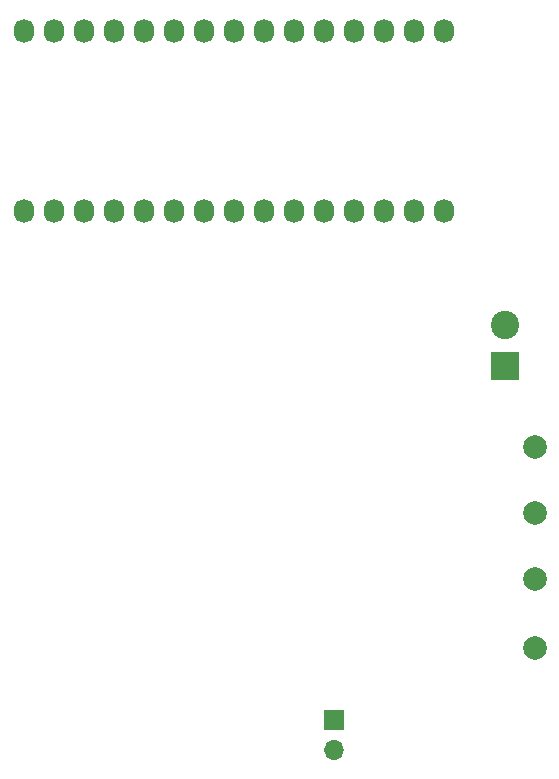
<source format=gbr>
G04 #@! TF.GenerationSoftware,KiCad,Pcbnew,(5.1.5-0-10_14)*
G04 #@! TF.CreationDate,2020-08-20T12:56:15-04:00*
G04 #@! TF.ProjectId,ESLO_PSP,45534c4f-5f50-4535-902e-6b696361645f,rev?*
G04 #@! TF.SameCoordinates,Original*
G04 #@! TF.FileFunction,Soldermask,Bot*
G04 #@! TF.FilePolarity,Negative*
%FSLAX46Y46*%
G04 Gerber Fmt 4.6, Leading zero omitted, Abs format (unit mm)*
G04 Created by KiCad (PCBNEW (5.1.5-0-10_14)) date 2020-08-20 12:56:15*
%MOMM*%
%LPD*%
G04 APERTURE LIST*
%ADD10C,2.000000*%
%ADD11O,1.700000X1.700000*%
%ADD12R,1.700000X1.700000*%
%ADD13C,2.400000*%
%ADD14R,2.400000X2.400000*%
%ADD15O,1.727200X2.032000*%
G04 APERTURE END LIST*
D10*
X159512000Y-95504000D03*
X159512000Y-89662000D03*
X159512000Y-84074000D03*
X159512000Y-78486000D03*
D11*
X142494000Y-104140000D03*
D12*
X142494000Y-101600000D03*
D13*
X156972000Y-68128000D03*
D14*
X156972000Y-71628000D03*
D15*
X116247000Y-58454000D03*
X118787000Y-58454000D03*
X121327000Y-58454000D03*
X123867000Y-58454000D03*
X126407000Y-58454000D03*
X128947000Y-58454000D03*
X131487000Y-58454000D03*
X134027000Y-58454000D03*
X136567000Y-58454000D03*
X139107000Y-58454000D03*
X141647000Y-58454000D03*
X144187000Y-58454000D03*
X146727000Y-58454000D03*
X149267000Y-58454000D03*
X151807000Y-58454000D03*
X116247000Y-43214000D03*
X118787000Y-43214000D03*
X121327000Y-43214000D03*
X123867000Y-43214000D03*
X126407000Y-43214000D03*
X128947000Y-43214000D03*
X131487000Y-43214000D03*
X134027000Y-43214000D03*
X136567000Y-43214000D03*
X139107000Y-43214000D03*
X141647000Y-43214000D03*
X144187000Y-43214000D03*
X146727000Y-43214000D03*
X149267000Y-43214000D03*
X151807000Y-43214000D03*
M02*

</source>
